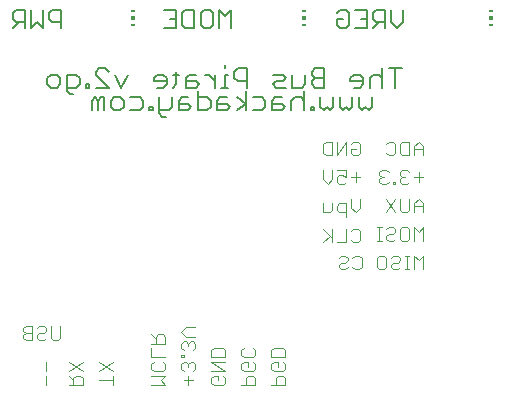
<source format=gbo>
G75*
G70*
%OFA0B0*%
%FSLAX24Y24*%
%IPPOS*%
%LPD*%
%AMOC8*
5,1,8,0,0,1.08239X$1,22.5*
%
%ADD10C,0.0040*%
%ADD11C,0.0060*%
%ADD12C,0.0050*%
%ADD13R,0.0118X0.0059*%
%ADD14R,0.0118X0.0118*%
D10*
X004057Y006309D02*
X004057Y006615D01*
X004057Y006769D02*
X004057Y007076D01*
X003999Y007809D02*
X003846Y007809D01*
X003769Y007885D01*
X003769Y007962D01*
X003846Y008039D01*
X003999Y008039D01*
X004076Y008115D01*
X004076Y008192D01*
X003999Y008269D01*
X003846Y008269D01*
X003769Y008192D01*
X003616Y008269D02*
X003386Y008269D01*
X003309Y008192D01*
X003309Y008115D01*
X003386Y008039D01*
X003616Y008039D01*
X003616Y007809D02*
X003616Y008269D01*
X003386Y008039D02*
X003309Y007962D01*
X003309Y007885D01*
X003386Y007809D01*
X003616Y007809D01*
X003999Y007809D02*
X004076Y007885D01*
X004230Y007885D02*
X004306Y007809D01*
X004460Y007809D01*
X004537Y007885D01*
X004537Y008269D01*
X004230Y008269D02*
X004230Y007885D01*
X004827Y007076D02*
X005287Y006769D01*
X005210Y006615D02*
X005287Y006539D01*
X005287Y006309D01*
X004827Y006309D01*
X004980Y006309D02*
X004980Y006539D01*
X005057Y006615D01*
X005210Y006615D01*
X004980Y006462D02*
X004827Y006615D01*
X004827Y006769D02*
X005287Y007076D01*
X005827Y007076D02*
X006287Y006769D01*
X006287Y006615D02*
X006287Y006309D01*
X006287Y006462D02*
X005827Y006462D01*
X005827Y006769D02*
X006287Y007076D01*
X007577Y006999D02*
X007653Y007076D01*
X007577Y006999D02*
X007577Y006846D01*
X007653Y006769D01*
X007960Y006769D01*
X008037Y006846D01*
X008037Y006999D01*
X007960Y007076D01*
X008037Y007229D02*
X007577Y007229D01*
X007577Y007536D01*
X007577Y007690D02*
X008037Y007690D01*
X008037Y007920D01*
X007960Y007997D01*
X007807Y007997D01*
X007730Y007920D01*
X007730Y007690D01*
X007730Y007843D02*
X007577Y007997D01*
X008577Y008073D02*
X008730Y008227D01*
X009037Y008227D01*
X009037Y007920D02*
X008730Y007920D01*
X008577Y008073D01*
X008653Y007766D02*
X008577Y007690D01*
X008577Y007536D01*
X008653Y007459D01*
X008653Y007306D02*
X008577Y007306D01*
X008577Y007229D01*
X008653Y007229D01*
X008653Y007306D01*
X008653Y007076D02*
X008577Y006999D01*
X008577Y006846D01*
X008653Y006769D01*
X008807Y006922D02*
X008807Y006999D01*
X008730Y007076D01*
X008653Y007076D01*
X008807Y006999D02*
X008883Y007076D01*
X008960Y007076D01*
X009037Y006999D01*
X009037Y006846D01*
X008960Y006769D01*
X008807Y006615D02*
X008807Y006309D01*
X008960Y006462D02*
X008653Y006462D01*
X008037Y006309D02*
X007883Y006462D01*
X008037Y006615D01*
X007577Y006615D01*
X007577Y006309D02*
X008037Y006309D01*
X008960Y007459D02*
X009037Y007536D01*
X009037Y007690D01*
X008960Y007766D01*
X008883Y007766D01*
X008807Y007690D01*
X008730Y007766D01*
X008653Y007766D01*
X008807Y007690D02*
X008807Y007613D01*
X009577Y007459D02*
X009577Y007229D01*
X010037Y007229D01*
X010037Y007459D01*
X009960Y007536D01*
X009653Y007536D01*
X009577Y007459D01*
X009577Y007076D02*
X010037Y007076D01*
X010037Y006769D02*
X009577Y006769D01*
X009653Y006615D02*
X009577Y006539D01*
X009577Y006385D01*
X009653Y006309D01*
X009960Y006309D01*
X010037Y006385D01*
X010037Y006539D01*
X009960Y006615D01*
X009807Y006615D02*
X009807Y006462D01*
X009807Y006615D02*
X009653Y006615D01*
X010037Y006769D02*
X009577Y007076D01*
X010577Y006999D02*
X010653Y007076D01*
X010807Y007076D01*
X010807Y006922D01*
X010960Y006769D02*
X010653Y006769D01*
X010577Y006846D01*
X010577Y006999D01*
X010653Y007229D02*
X010577Y007306D01*
X010577Y007459D01*
X010653Y007536D01*
X010653Y007229D02*
X010960Y007229D01*
X011037Y007306D01*
X011037Y007459D01*
X010960Y007536D01*
X010960Y007076D02*
X011037Y006999D01*
X011037Y006846D01*
X010960Y006769D01*
X010960Y006615D02*
X010807Y006615D01*
X010730Y006539D01*
X010730Y006309D01*
X010577Y006309D02*
X011037Y006309D01*
X011037Y006539D01*
X010960Y006615D01*
X011577Y006846D02*
X011577Y006999D01*
X011653Y007076D01*
X011807Y007076D01*
X011807Y006922D01*
X011960Y006769D02*
X011653Y006769D01*
X011577Y006846D01*
X011807Y006615D02*
X011730Y006539D01*
X011730Y006309D01*
X011577Y006309D02*
X012037Y006309D01*
X012037Y006539D01*
X011960Y006615D01*
X011807Y006615D01*
X011960Y006769D02*
X012037Y006846D01*
X012037Y006999D01*
X011960Y007076D01*
X012037Y007229D02*
X012037Y007459D01*
X011960Y007536D01*
X011653Y007536D01*
X011577Y007459D01*
X011577Y007229D01*
X012037Y007229D01*
X013896Y010159D02*
X014049Y010159D01*
X014126Y010235D01*
X014280Y010235D02*
X014356Y010159D01*
X014510Y010159D01*
X014587Y010235D01*
X014587Y010542D01*
X014510Y010619D01*
X014356Y010619D01*
X014280Y010542D01*
X014126Y010542D02*
X014126Y010465D01*
X014049Y010389D01*
X013896Y010389D01*
X013819Y010312D01*
X013819Y010235D01*
X013896Y010159D01*
X013819Y010542D02*
X013896Y010619D01*
X014049Y010619D01*
X014126Y010542D01*
X014076Y011059D02*
X013769Y011059D01*
X013616Y011059D02*
X013616Y011519D01*
X013539Y011289D02*
X013309Y011059D01*
X013616Y011212D02*
X013309Y011519D01*
X013309Y012059D02*
X013309Y012365D01*
X013309Y012059D02*
X013539Y012059D01*
X013616Y012135D01*
X013616Y012365D01*
X013769Y012289D02*
X013769Y012135D01*
X013846Y012059D01*
X014076Y012059D01*
X014076Y011905D02*
X014076Y012365D01*
X013846Y012365D01*
X013769Y012289D01*
X014230Y012212D02*
X014230Y012519D01*
X014230Y012212D02*
X014383Y012059D01*
X014537Y012212D01*
X014537Y012519D01*
X014383Y013085D02*
X014383Y013392D01*
X014230Y013239D02*
X014537Y013239D01*
X014076Y013239D02*
X013923Y013315D01*
X013846Y013315D01*
X013769Y013239D01*
X013769Y013085D01*
X013846Y013009D01*
X013999Y013009D01*
X014076Y013085D01*
X014076Y013239D02*
X014076Y013469D01*
X013769Y013469D01*
X013616Y013469D02*
X013616Y013162D01*
X013462Y013009D01*
X013309Y013162D01*
X013309Y013469D01*
X013386Y013959D02*
X013309Y014035D01*
X013309Y014342D01*
X013386Y014419D01*
X013616Y014419D01*
X013616Y013959D01*
X013386Y013959D01*
X013769Y013959D02*
X013769Y014419D01*
X014076Y014419D02*
X013769Y013959D01*
X014076Y013959D02*
X014076Y014419D01*
X014230Y014342D02*
X014306Y014419D01*
X014460Y014419D01*
X014537Y014342D01*
X014537Y014035D01*
X014460Y013959D01*
X014306Y013959D01*
X014230Y014035D01*
X014230Y014189D01*
X014383Y014189D01*
X015179Y013392D02*
X015179Y013315D01*
X015256Y013239D01*
X015179Y013162D01*
X015179Y013085D01*
X015256Y013009D01*
X015409Y013009D01*
X015486Y013085D01*
X015639Y013085D02*
X015639Y013009D01*
X015716Y013009D01*
X015716Y013085D01*
X015639Y013085D01*
X015869Y013085D02*
X015946Y013009D01*
X016099Y013009D01*
X016176Y013085D01*
X016023Y013239D02*
X015946Y013239D01*
X015869Y013162D01*
X015869Y013085D01*
X015946Y013239D02*
X015869Y013315D01*
X015869Y013392D01*
X015946Y013469D01*
X016099Y013469D01*
X016176Y013392D01*
X016330Y013239D02*
X016637Y013239D01*
X016483Y013392D02*
X016483Y013085D01*
X016483Y012519D02*
X016330Y012365D01*
X016330Y012059D01*
X016176Y012135D02*
X016099Y012059D01*
X015946Y012059D01*
X015869Y012135D01*
X015869Y012519D01*
X015716Y012519D02*
X015409Y012059D01*
X015716Y012059D02*
X015409Y012519D01*
X016176Y012519D02*
X016176Y012135D01*
X016330Y012289D02*
X016637Y012289D01*
X016637Y012365D02*
X016637Y012059D01*
X016637Y012365D02*
X016483Y012519D01*
X016330Y011569D02*
X016330Y011109D01*
X016176Y011185D02*
X016176Y011492D01*
X016099Y011569D01*
X015946Y011569D01*
X015869Y011492D01*
X015869Y011185D01*
X015946Y011109D01*
X016099Y011109D01*
X016176Y011185D01*
X016483Y011415D02*
X016330Y011569D01*
X016483Y011415D02*
X016637Y011569D01*
X016637Y011109D01*
X016637Y010619D02*
X016483Y010465D01*
X016330Y010619D01*
X016330Y010159D01*
X016176Y010159D02*
X016023Y010159D01*
X016099Y010159D02*
X016099Y010619D01*
X016023Y010619D02*
X016176Y010619D01*
X015869Y010542D02*
X015869Y010465D01*
X015793Y010389D01*
X015639Y010389D01*
X015562Y010312D01*
X015562Y010235D01*
X015639Y010159D01*
X015793Y010159D01*
X015869Y010235D01*
X015869Y010542D02*
X015793Y010619D01*
X015639Y010619D01*
X015562Y010542D01*
X015409Y010542D02*
X015409Y010235D01*
X015332Y010159D01*
X015179Y010159D01*
X015102Y010235D01*
X015102Y010542D01*
X015179Y010619D01*
X015332Y010619D01*
X015409Y010542D01*
X015486Y011109D02*
X015639Y011109D01*
X015716Y011185D01*
X015639Y011339D02*
X015486Y011339D01*
X015409Y011262D01*
X015409Y011185D01*
X015486Y011109D01*
X015255Y011109D02*
X015102Y011109D01*
X015179Y011109D02*
X015179Y011569D01*
X015255Y011569D02*
X015102Y011569D01*
X015409Y011492D02*
X015486Y011569D01*
X015639Y011569D01*
X015716Y011492D01*
X015716Y011415D01*
X015639Y011339D01*
X016637Y010619D02*
X016637Y010159D01*
X014537Y011135D02*
X014460Y011059D01*
X014306Y011059D01*
X014230Y011135D01*
X014076Y011059D02*
X014076Y011519D01*
X014230Y011442D02*
X014306Y011519D01*
X014460Y011519D01*
X014537Y011442D01*
X014537Y011135D01*
X015256Y013239D02*
X015332Y013239D01*
X015179Y013392D02*
X015256Y013469D01*
X015409Y013469D01*
X015486Y013392D01*
X015486Y013959D02*
X015409Y014035D01*
X015486Y013959D02*
X015639Y013959D01*
X015716Y014035D01*
X015716Y014342D01*
X015639Y014419D01*
X015486Y014419D01*
X015409Y014342D01*
X015869Y014342D02*
X015869Y014035D01*
X015946Y013959D01*
X016176Y013959D01*
X016176Y014419D01*
X015946Y014419D01*
X015869Y014342D01*
X016330Y014265D02*
X016330Y013959D01*
X016330Y014189D02*
X016637Y014189D01*
X016637Y014265D02*
X016483Y014419D01*
X016330Y014265D01*
X016637Y014265D02*
X016637Y013959D01*
D11*
X014927Y015575D02*
X014820Y015469D01*
X014713Y015575D01*
X014606Y015469D01*
X014500Y015575D01*
X014500Y015896D01*
X014282Y015896D02*
X014282Y015575D01*
X014175Y015469D01*
X014069Y015575D01*
X013962Y015469D01*
X013855Y015575D01*
X013855Y015896D01*
X013637Y015896D02*
X013637Y015575D01*
X013531Y015469D01*
X013424Y015575D01*
X013317Y015469D01*
X013210Y015575D01*
X013210Y015896D01*
X012993Y015575D02*
X012886Y015575D01*
X012886Y015469D01*
X012993Y015469D01*
X012993Y015575D01*
X012671Y015469D02*
X012671Y016109D01*
X012597Y016219D02*
X012277Y016219D01*
X012277Y016646D01*
X012059Y016539D02*
X011953Y016646D01*
X011632Y016646D01*
X011739Y016432D02*
X011953Y016432D01*
X012059Y016539D01*
X012059Y016219D02*
X011739Y016219D01*
X011632Y016325D01*
X011739Y016432D01*
X011706Y015896D02*
X011599Y015789D01*
X011599Y015469D01*
X011919Y015469D01*
X012026Y015575D01*
X011919Y015682D01*
X011599Y015682D01*
X011706Y015896D02*
X011919Y015896D01*
X012244Y015789D02*
X012244Y015469D01*
X012244Y015789D02*
X012350Y015896D01*
X012564Y015896D01*
X012671Y015789D01*
X012597Y016219D02*
X012704Y016325D01*
X012704Y016646D01*
X012921Y016646D02*
X013028Y016539D01*
X013348Y016539D01*
X013028Y016539D02*
X012921Y016432D01*
X012921Y016325D01*
X013028Y016219D01*
X013348Y016219D01*
X013348Y016859D01*
X013028Y016859D01*
X012921Y016752D01*
X012921Y016646D01*
X014210Y016539D02*
X014210Y016432D01*
X014637Y016432D01*
X014637Y016325D02*
X014637Y016539D01*
X014531Y016646D01*
X014317Y016646D01*
X014210Y016539D01*
X014317Y016219D02*
X014531Y016219D01*
X014637Y016325D01*
X014855Y016219D02*
X014855Y016539D01*
X014962Y016646D01*
X015175Y016646D01*
X015282Y016539D01*
X015282Y016859D02*
X015282Y016219D01*
X015713Y016219D02*
X015713Y016859D01*
X015500Y016859D02*
X015927Y016859D01*
X014927Y015896D02*
X014927Y015575D01*
X011382Y015575D02*
X011275Y015469D01*
X010955Y015469D01*
X010737Y015469D02*
X010737Y016109D01*
X010770Y016219D02*
X010770Y016859D01*
X010450Y016859D01*
X010343Y016752D01*
X010343Y016539D01*
X010450Y016432D01*
X010770Y016432D01*
X010955Y015896D02*
X011275Y015896D01*
X011382Y015789D01*
X011382Y015575D01*
X010737Y015682D02*
X010417Y015896D01*
X010093Y015896D02*
X009880Y015896D01*
X009773Y015789D01*
X009773Y015469D01*
X010093Y015469D01*
X010200Y015575D01*
X010093Y015682D01*
X009773Y015682D01*
X009556Y015575D02*
X009449Y015469D01*
X009129Y015469D01*
X009129Y016109D01*
X009052Y016219D02*
X009159Y016325D01*
X009052Y016432D01*
X008732Y016432D01*
X008732Y016539D02*
X008732Y016219D01*
X009052Y016219D01*
X009129Y015896D02*
X009449Y015896D01*
X009556Y015789D01*
X009556Y015575D01*
X008911Y015575D02*
X008804Y015469D01*
X008484Y015469D01*
X008484Y015789D01*
X008591Y015896D01*
X008804Y015896D01*
X008804Y015682D02*
X008484Y015682D01*
X008266Y015575D02*
X008160Y015469D01*
X007839Y015469D01*
X007839Y015362D02*
X007946Y015255D01*
X008053Y015255D01*
X007839Y015362D02*
X007839Y015896D01*
X007622Y015575D02*
X007515Y015575D01*
X007515Y015469D01*
X007622Y015469D01*
X007622Y015575D01*
X007300Y015575D02*
X007300Y015789D01*
X007193Y015896D01*
X006873Y015896D01*
X006655Y015789D02*
X006655Y015575D01*
X006548Y015469D01*
X006335Y015469D01*
X006228Y015575D01*
X006228Y015789D01*
X006335Y015896D01*
X006548Y015896D01*
X006655Y015789D01*
X006873Y015469D02*
X007193Y015469D01*
X007300Y015575D01*
X007765Y016219D02*
X007978Y016219D01*
X008085Y016325D01*
X008085Y016539D01*
X007978Y016646D01*
X007765Y016646D01*
X007658Y016539D01*
X007658Y016432D01*
X008085Y016432D01*
X008301Y016219D02*
X008408Y016325D01*
X008408Y016752D01*
X008514Y016646D02*
X008301Y016646D01*
X008732Y016539D02*
X008839Y016646D01*
X009052Y016646D01*
X009376Y016646D02*
X009483Y016646D01*
X009696Y016432D01*
X009696Y016219D02*
X009696Y016646D01*
X010019Y016646D02*
X010019Y016219D01*
X010126Y016219D02*
X009912Y016219D01*
X010019Y016646D02*
X010126Y016646D01*
X010019Y016859D02*
X010019Y016966D01*
X010737Y015682D02*
X010417Y015469D01*
X008911Y015575D02*
X008804Y015682D01*
X008266Y015575D02*
X008266Y015896D01*
X006796Y016646D02*
X006582Y016219D01*
X006369Y016646D01*
X006151Y016752D02*
X006044Y016859D01*
X005831Y016859D01*
X005724Y016752D01*
X005724Y016646D01*
X006151Y016219D01*
X005724Y016219D01*
X005507Y016219D02*
X005400Y016219D01*
X005400Y016325D01*
X005507Y016325D01*
X005507Y016219D01*
X005184Y016325D02*
X005078Y016219D01*
X004757Y016219D01*
X004757Y016112D02*
X004757Y016646D01*
X005078Y016646D01*
X005184Y016539D01*
X005184Y016325D01*
X004971Y016005D02*
X004864Y016005D01*
X004757Y016112D01*
X004540Y016325D02*
X004433Y016219D01*
X004220Y016219D01*
X004113Y016325D01*
X004113Y016539D01*
X004220Y016646D01*
X004433Y016646D01*
X004540Y016539D01*
X004540Y016325D01*
X005584Y015789D02*
X005584Y015469D01*
X005797Y015469D02*
X005797Y015789D01*
X005690Y015896D01*
X005584Y015789D01*
X005797Y015789D02*
X005904Y015896D01*
X006011Y015896D01*
X006011Y015469D01*
D12*
X004582Y018214D02*
X004582Y018824D01*
X004276Y018824D01*
X004175Y018722D01*
X004175Y018519D01*
X004276Y018417D01*
X004582Y018417D01*
X003974Y018214D02*
X003974Y018824D01*
X003567Y018824D02*
X003567Y018214D01*
X003770Y018417D01*
X003974Y018214D01*
X003366Y018214D02*
X003366Y018824D01*
X003061Y018824D01*
X002959Y018722D01*
X002959Y018519D01*
X003061Y018417D01*
X003366Y018417D01*
X003163Y018417D02*
X002959Y018214D01*
X008001Y018214D02*
X008408Y018214D01*
X008408Y018824D01*
X008001Y018824D01*
X008205Y018519D02*
X008408Y018519D01*
X008609Y018722D02*
X008609Y018315D01*
X008711Y018214D01*
X009016Y018214D01*
X009016Y018824D01*
X008711Y018824D01*
X008609Y018722D01*
X009217Y018722D02*
X009217Y018315D01*
X009319Y018214D01*
X009522Y018214D01*
X009624Y018315D01*
X009624Y018722D01*
X009522Y018824D01*
X009319Y018824D01*
X009217Y018722D01*
X009825Y018824D02*
X009825Y018214D01*
X010232Y018214D02*
X010232Y018824D01*
X010028Y018621D01*
X009825Y018824D01*
X013751Y018722D02*
X013853Y018824D01*
X014057Y018824D01*
X014158Y018722D01*
X014158Y018315D01*
X014057Y018214D01*
X013853Y018214D01*
X013751Y018315D01*
X013751Y018519D01*
X013955Y018519D01*
X014359Y018824D02*
X014766Y018824D01*
X014766Y018214D01*
X014359Y018214D01*
X014563Y018519D02*
X014766Y018519D01*
X014967Y018519D02*
X014967Y018722D01*
X015069Y018824D01*
X015374Y018824D01*
X015374Y018214D01*
X015374Y018417D02*
X015069Y018417D01*
X014967Y018519D01*
X015170Y018417D02*
X014967Y018214D01*
X015575Y018417D02*
X015575Y018824D01*
X015982Y018824D02*
X015982Y018417D01*
X015778Y018214D01*
X015575Y018417D01*
D13*
X012666Y018302D03*
X012666Y018775D03*
X006966Y018775D03*
X006966Y018302D03*
X018916Y018302D03*
X018916Y018775D03*
D14*
X018916Y018539D03*
X012666Y018539D03*
X006966Y018539D03*
M02*

</source>
